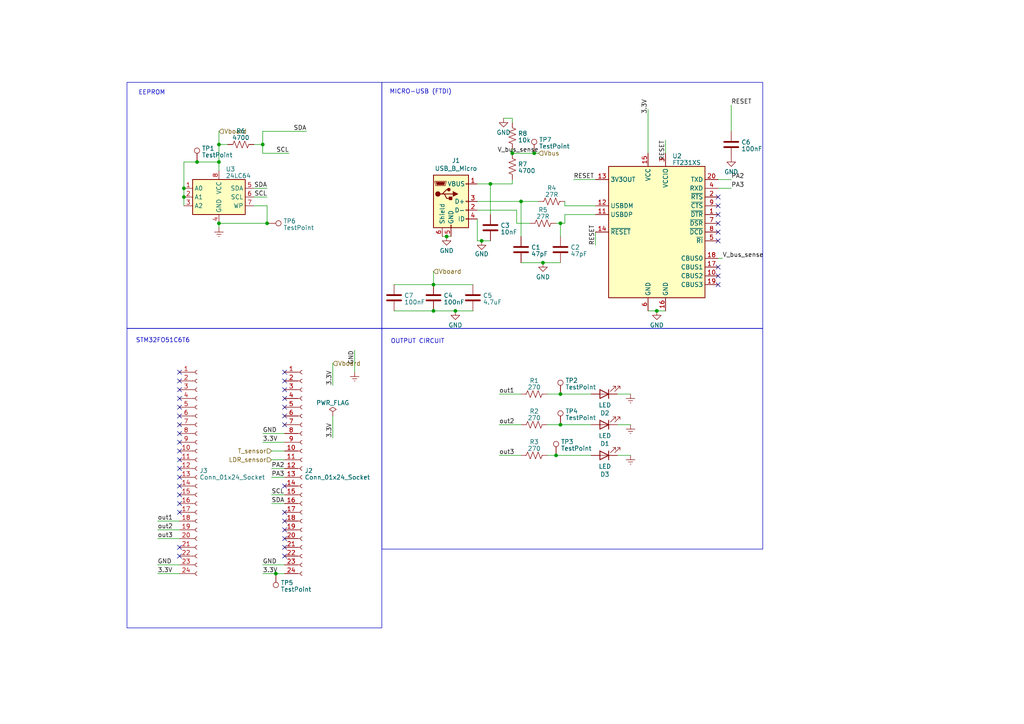
<source format=kicad_sch>
(kicad_sch (version 20230121) (generator eeschema)
  (paper "A4")
  (lib_symbols
    (symbol "Connector:Conn_01x24_Socket" (pin_names (offset 1.016) hide)
      (property "Reference" "J" (at 0 30.48 0))
      (property "Value" "Conn_01x24_Socket" (at 0 -33.02 0))
      (symbol "Conn_01x24_Socket_1_1"
        (arc (start 0 -29.972) (mid -0.5058 -30.48) (end 0 -30.988) (stroke (width 0.1524)))
        (arc (start 0 -27.432) (mid -0.5058 -27.94) (end 0 -28.448) (stroke (width 0.1524)))
        (arc (start 0 -24.892) (mid -0.5058 -25.4) (end 0 -25.908) (stroke (width 0.1524)))
        (arc (start 0 -22.352) (mid -0.5058 -22.86) (end 0 -23.368) (stroke (width 0.1524)))
        (arc (start 0 -19.812) (mid -0.5058 -20.32) (end 0 -20.828) (stroke (width 0.1524)))
        (arc (start 0 -17.272) (mid -0.5058 -17.78) (end 0 -18.288) (stroke (width 0.1524)))
        (arc (start 0 -14.732) (mid -0.5058 -15.24) (end 0 -15.748) (stroke (width 0.1524)))
        (arc (start 0 -12.192) (mid -0.5058 -12.7) (end 0 -13.208) (stroke (width 0.1524)))
        (arc (start 0 -9.652) (mid -0.5058 -10.16) (end 0 -10.668) (stroke (width 0.1524)))
        (arc (start 0 -7.112) (mid -0.5058 -7.62) (end 0 -8.128) (stroke (width 0.1524)))
        (arc (start 0 -4.572) (mid -0.5058 -5.08) (end 0 -5.588) (stroke (width 0.1524)))
        (arc (start 0 -2.032) (mid -0.5058 -2.54) (end 0 -3.048) (stroke (width 0.1524)))
        (polyline (pts (xy -1.27 -30.48) (xy -0.508 -30.48)) (stroke (width 0.1524)))
        (polyline (pts (xy -1.27 -27.94) (xy -0.508 -27.94)) (stroke (width 0.1524)))
        (polyline (pts (xy -1.27 -25.4) (xy -0.508 -25.4)) (stroke (width 0.1524)))
        (polyline (pts (xy -1.27 -22.86) (xy -0.508 -22.86)) (stroke (width 0.1524)))
        (polyline (pts (xy -1.27 -20.32) (xy -0.508 -20.32)) (stroke (width 0.1524)))
        (polyline (pts (xy -1.27 -17.78) (xy -0.508 -17.78)) (stroke (width 0.1524)))
        (polyline (pts (xy -1.27 -15.24) (xy -0.508 -15.24)) (stroke (width 0.1524)))
        (polyline (pts (xy -1.27 -12.7) (xy -0.508 -12.7)) (stroke (width 0.1524)))
        (polyline (pts (xy -1.27 -10.16) (xy -0.508 -10.16)) (stroke (width 0.1524)))
        (polyline (pts (xy -1.27 -7.62) (xy -0.508 -7.62)) (stroke (width 0.1524)))
        (polyline (pts (xy -1.27 -5.08) (xy -0.508 -5.08)) (stroke (width 0.1524)))
        (polyline (pts (xy -1.27 -2.54) (xy -0.508 -2.54)) (stroke (width 0.1524)))
        (polyline (pts (xy -1.27 0) (xy -0.508 0)) (stroke (width 0.1524)))
        (polyline (pts (xy -1.27 2.54) (xy -0.508 2.54)) (stroke (width 0.1524)))
        (polyline (pts (xy -1.27 5.08) (xy -0.508 5.08)) (stroke (width 0.1524)))
        (polyline (pts (xy -1.27 7.62) (xy -0.508 7.62)) (stroke (width 0.1524)))
        (polyline (pts (xy -1.27 10.16) (xy -0.508 10.16)) (stroke (width 0.1524)))
        (polyline (pts (xy -1.27 12.7) (xy -0.508 12.7)) (stroke (width 0.1524)))
        (polyline (pts (xy -1.27 15.24) (xy -0.508 15.24)) (stroke (width 0.1524)))
        (polyline (pts (xy -1.27 17.78) (xy -0.508 17.78)) (stroke (width 0.1524)))
        (polyline (pts (xy -1.27 20.32) (xy -0.508 20.32)) (stroke (width 0.1524)))
        (polyline (pts (xy -1.27 22.86) (xy -0.508 22.86)) (stroke (width 0.1524)))
        (polyline (pts (xy -1.27 25.4) (xy -0.508 25.4)) (stroke (width 0.1524)))
        (polyline (pts (xy -1.27 27.94) (xy -0.508 27.94)) (stroke (width 0.1524)))
        (arc (start 0 0.508) (mid -0.5058 0) (end 0 -0.508) (stroke (width 0.1524)))
        (arc (start 0 3.048) (mid -0.5058 2.54) (end 0 2.032) (stroke (width 0.1524)))
        (arc (start 0 5.588) (mid -0.5058 5.08) (end 0 4.572) (stroke (width 0.1524)))
        (arc (start 0 8.128) (mid -0.5058 7.62) (end 0 7.112) (stroke (width 0.1524)))
        (arc (start 0 10.668) (mid -0.5058 10.16) (end 0 9.652) (stroke (width 0.1524)))
        (arc (start 0 13.208) (mid -0.5058 12.7) (end 0 12.192) (stroke (width 0.1524)))
        (arc (start 0 15.748) (mid -0.5058 15.24) (end 0 14.732) (stroke (width 0.1524)))
        (arc (start 0 18.288) (mid -0.5058 17.78) (end 0 17.272) (stroke (width 0.1524)))
        (arc (start 0 20.828) (mid -0.5058 20.32) (end 0 19.812) (stroke (width 0.1524)))
        (arc (start 0 23.368) (mid -0.5058 22.86) (end 0 22.352) (stroke (width 0.1524)))
        (arc (start 0 25.908) (mid -0.5058 25.4) (end 0 24.892) (stroke (width 0.1524)))
        (arc (start 0 28.448) (mid -0.5058 27.94) (end 0 27.432) (stroke (width 0.1524)))
        (pin passive line (at -5.08 27.94 0) (length 3.81) (name "Pin_1") (number "1"))
        (pin passive line (at -5.08 5.08 0) (length 3.81) (name "Pin_10") (number "10"))
        (pin passive line (at -5.08 2.54 0) (length 3.81) (name "Pin_11") (number "11"))
        (pin passive line (at -5.08 0 0) (length 3.81) (name "Pin_12") (number "12"))
        (pin passive line (at -5.08 -2.54 0) (length 3.81) (name "Pin_13") (number "13"))
        (pin passive line (at -5.08 -5.08 0) (length 3.81) (name "Pin_14") (number "14"))
        (pin passive line (at -5.08 -7.62 0) (length 3.81) (name "Pin_15") (number "15"))
        (pin passive line (at -5.08 -10.16 0) (length 3.81) (name "Pin_16") (number "16"))
        (pin passive line (at -5.08 -12.7 0) (length 3.81) (name "Pin_17") (number "17"))
        (pin passive line (at -5.08 -15.24 0) (length 3.81) (name "Pin_18") (number "18"))
        (pin passive line (at -5.08 -17.78 0) (length 3.81) (name "Pin_19") (number "19"))
        (pin passive line (at -5.08 25.4 0) (length 3.81) (name "Pin_2") (number "2"))
        (pin passive line (at -5.08 -20.32 0) (length 3.81) (name "Pin_20") (number "20"))
        (pin passive line (at -5.08 -22.86 0) (length 3.81) (name "Pin_21") (number "21"))
        (pin passive line (at -5.08 -25.4 0) (length 3.81) (name "Pin_22") (number "22"))
        (pin passive line (at -5.08 -27.94 0) (length 3.81) (name "Pin_23") (number "23"))
        (pin passive line (at -5.08 -30.48 0) (length 3.81) (name "Pin_24") (number "24"))
        (pin passive line (at -5.08 22.86 0) (length 3.81) (name "Pin_3") (number "3"))
        (pin passive line (at -5.08 20.32 0) (length 3.81) (name "Pin_4") (number "4"))
        (pin passive line (at -5.08 17.78 0) (length 3.81) (name "Pin_5") (number "5"))
        (pin passive line (at -5.08 15.24 0) (length 3.81) (name "Pin_6") (number "6"))
        (pin passive line (at -5.08 12.7 0) (length 3.81) (name "Pin_7") (number "7"))
        (pin passive line (at -5.08 10.16 0) (length 3.81) (name "Pin_8") (number "8"))
        (pin passive line (at -5.08 7.62 0) (length 3.81) (name "Pin_9") (number "9"))
      )
    )
    (symbol "Connector:TestPoint" (pin_numbers hide) (pin_names (offset 0.762) hide)
      (property "Reference" "TP" (at 0 6.858 0))
      (property "Value" "TestPoint" (at 0 5.08 0))
      (symbol "TestPoint_0_1"
        (circle (center 0 3.302) (radius 0.762))
      )
      (symbol "TestPoint_1_1"
        (pin passive line (at 0 0 90) (length 2.54) (name "1") (number "1"))
      )
    )
    (symbol "Connector:USB_B_Micro" (pin_names (offset 1.016))
      (property "Reference" "J" (at -5.08 11.43 0))
      (property "Value" "USB_B_Micro" (at -5.08 8.89 0))
      (symbol "USB_B_Micro_0_1"
        (rectangle (start -5.08 -7.62) (end 5.08 7.62) (stroke (width 0.254)) (fill (type background)))
        (circle (center -3.81 2.159) (radius 0.635) (stroke (width 0.254)) (fill (type outline)))
        (circle (center -0.635 3.429) (radius 0.381) (stroke (width 0.254)) (fill (type outline)))
        (rectangle (start -0.127 -7.62) (end 0.127 -6.858))
        (polyline (pts (xy -1.905 2.159) (xy 0.635 2.159)) (stroke (width 0.254)))
        (polyline (pts (xy -3.175 2.159) (xy -2.54 2.159) (xy -1.27 3.429) (xy -0.635 3.429)) (stroke (width 0.254)))
        (polyline (pts (xy -2.54 2.159) (xy -1.905 2.159) (xy -1.27 0.889) (xy 0 0.889)) (stroke (width 0.254)))
        (polyline (pts (xy 0.635 2.794) (xy 0.635 1.524) (xy 1.905 2.159) (xy 0.635 2.794)) (stroke (width 0.254)) (fill (type outline)))
        (polyline (pts (xy -4.318 5.588) (xy -1.778 5.588) (xy -2.032 4.826) (xy -4.064 4.826) (xy -4.318 5.588)) (fill (type outline)))
        (polyline (pts (xy -4.699 5.842) (xy -4.699 5.588) (xy -4.445 4.826) (xy -4.445 4.572) (xy -1.651 4.572) (xy -1.651 4.826) (xy -1.397 5.588) (xy -1.397 5.842) (xy -4.699 5.842)))
        (rectangle (start 0.254 1.27) (end -0.508 0.508) (stroke (width 0.254)) (fill (type outline)))
        (rectangle (start 5.08 -5.207) (end 4.318 -4.953))
        (rectangle (start 5.08 -2.667) (end 4.318 -2.413))
        (rectangle (start 5.08 -0.127) (end 4.318 0.127))
        (rectangle (start 5.08 4.953) (end 4.318 5.207))
      )
      (symbol "USB_B_Micro_1_1"
        (pin power_out line (at 7.62 5.08 180) (length 2.54) (name "VBUS") (number "1"))
        (pin bidirectional line (at 7.62 -2.54 180) (length 2.54) (name "D-") (number "2"))
        (pin bidirectional line (at 7.62 0 180) (length 2.54) (name "D+") (number "3"))
        (pin passive line (at 7.62 -5.08 180) (length 2.54) (name "ID") (number "4"))
        (pin power_out line (at 0 -10.16 90) (length 2.54) (name "GND") (number "5"))
        (pin passive line (at -2.54 -10.16 90) (length 2.54) (name "Shield") (number "6"))
      )
    )
    (symbol "Device:C" (pin_numbers hide) (pin_names (offset 0.254))
      (property "Reference" "C" (at 0.635 2.54 0))
      (property "Value" "C" (at 0.635 -2.54 0))
      (symbol "C_0_1"
        (polyline (pts (xy -2.032 -0.762) (xy 2.032 -0.762)) (stroke (width 0.508)))
        (polyline (pts (xy -2.032 0.762) (xy 2.032 0.762)) (stroke (width 0.508)))
      )
      (symbol "C_1_1"
        (pin passive line (at 0 3.81 270) (length 2.794) (name "~") (number "1"))
        (pin passive line (at 0 -3.81 90) (length 2.794) (name "~") (number "2"))
      )
    )
    (symbol "Device:LED" (pin_numbers hide) (pin_names (offset 1.016) hide)
      (property "Reference" "D" (at 0 2.54 0))
      (property "Value" "LED" (at 0 -2.54 0))
      (symbol "LED_0_1"
        (polyline (pts (xy -1.27 -1.27) (xy -1.27 1.27)) (stroke (width 0.254)))
        (polyline (pts (xy -1.27 0) (xy 1.27 0)))
        (polyline (pts (xy 1.27 -1.27) (xy 1.27 1.27) (xy -1.27 0) (xy 1.27 -1.27)) (stroke (width 0.254)))
        (polyline (pts (xy -3.048 -0.762) (xy -4.572 -2.286) (xy -3.81 -2.286) (xy -4.572 -2.286) (xy -4.572 -1.524)))
        (polyline (pts (xy -1.778 -0.762) (xy -3.302 -2.286) (xy -2.54 -2.286) (xy -3.302 -2.286) (xy -3.302 -1.524)))
      )
      (symbol "LED_1_1"
        (pin passive line (at -3.81 0 0) (length 2.54) (name "K") (number "1"))
        (pin passive line (at 3.81 0 180) (length 2.54) (name "A") (number "2"))
      )
    )
    (symbol "Device:R_US" (pin_numbers hide) (pin_names (offset 0))
      (property "Reference" "R" (at 2.54 0 90))
      (property "Value" "R_US" (at -2.54 0 90))
      (symbol "R_US_0_1"
        (polyline (pts (xy 0 -2.286) (xy 0 -2.54)))
        (polyline (pts (xy 0 2.286) (xy 0 2.54)))
        (polyline (pts (xy 0 -0.762) (xy 1.016 -1.143) (xy 0 -1.524) (xy -1.016 -1.905) (xy 0 -2.286)))
        (polyline (pts (xy 0 0.762) (xy 1.016 0.381) (xy 0 0) (xy -1.016 -0.381) (xy 0 -0.762)))
        (polyline (pts (xy 0 2.286) (xy 1.016 1.905) (xy 0 1.524) (xy -1.016 1.143) (xy 0 0.762)))
      )
      (symbol "R_US_1_1"
        (pin passive line (at 0 3.81 270) (length 1.27) (name "~") (number "1"))
        (pin passive line (at 0 -3.81 90) (length 1.27) (name "~") (number "2"))
      )
    )
    (symbol "Interface_USB:FT231XS"
      (property "Reference" "U" (at -13.97 20.32 0))
      (property "Value" "FT231XS" (at 7.62 20.32 0))
      (symbol "FT231XS_0_1"
        (rectangle (start -13.97 19.05) (end 13.97 -19.05) (stroke (width 0.254)) (fill (type background)))
      )
      (symbol "FT231XS_1_1"
        (pin output line (at 17.78 5.08 180) (length 3.81) (name "~{DTR}") (number "1"))
        (pin bidirectional line (at 17.78 -12.7 180) (length 3.81) (name "CBUS2") (number "10"))
        (pin bidirectional line (at -17.78 5.08 0) (length 3.81) (name "USBDP") (number "11"))
        (pin bidirectional line (at -17.78 7.62 0) (length 3.81) (name "USBDM") (number "12"))
        (pin power_out line (at -17.78 15.24 0) (length 3.81) (name "3V3OUT") (number "13"))
        (pin input line (at -17.78 0 0) (length 3.81) (name "~{RESET}") (number "14"))
        (pin power_in line (at -2.54 22.86 270) (length 3.81) (name "VCC") (number "15"))
        (pin power_in line (at 2.54 -22.86 90) (length 3.81) (name "GND") (number "16"))
        (pin bidirectional line (at 17.78 -10.16 180) (length 3.81) (name "CBUS1") (number "17"))
        (pin bidirectional line (at 17.78 -7.62 180) (length 3.81) (name "CBUS0") (number "18"))
        (pin bidirectional line (at 17.78 -15.24 180) (length 3.81) (name "CBUS3") (number "19"))
        (pin output line (at 17.78 10.16 180) (length 3.81) (name "~{RTS}") (number "2"))
        (pin output line (at 17.78 15.24 180) (length 3.81) (name "TXD") (number "20"))
        (pin power_in line (at 2.54 22.86 270) (length 3.81) (name "VCCIO") (number "3"))
        (pin input line (at 17.78 12.7 180) (length 3.81) (name "RXD") (number "4"))
        (pin input line (at 17.78 -2.54 180) (length 3.81) (name "~{RI}") (number "5"))
        (pin power_in line (at -2.54 -22.86 90) (length 3.81) (name "GND") (number "6"))
        (pin input line (at 17.78 2.54 180) (length 3.81) (name "~{DSR}") (number "7"))
        (pin input line (at 17.78 0 180) (length 3.81) (name "~{DCD}") (number "8"))
        (pin input line (at 17.78 7.62 180) (length 3.81) (name "~{CTS}") (number "9"))
      )
    )
    (symbol "Memory_EEPROM:24LC64"
      (property "Reference" "U" (at -6.35 6.35 0))
      (property "Value" "24LC64" (at 1.27 6.35 0))
      (symbol "24LC64_1_1"
        (rectangle (start -7.62 5.08) (end 7.62 -5.08) (stroke (width 0.254)) (fill (type background)))
        (pin input line (at -10.16 2.54 0) (length 2.54) (name "A0") (number "1"))
        (pin input line (at -10.16 0 0) (length 2.54) (name "A1") (number "2"))
        (pin input line (at -10.16 -2.54 0) (length 2.54) (name "A2") (number "3"))
        (pin power_in line (at 0 -7.62 90) (length 2.54) (name "GND") (number "4"))
        (pin bidirectional line (at 10.16 2.54 180) (length 2.54) (name "SDA") (number "5"))
        (pin input line (at 10.16 0 180) (length 2.54) (name "SCL") (number "6"))
        (pin input line (at 10.16 -2.54 180) (length 2.54) (name "WP") (number "7"))
        (pin power_in line (at 0 7.62 270) (length 2.54) (name "VCC") (number "8"))
      )
    )
    (symbol "power:Earth" (power) (pin_names (offset 0))
      (symbol "Earth_0_1"
        (polyline (pts (xy -0.635 -1.905) (xy 0.635 -1.905)))
        (polyline (pts (xy -0.127 -2.54) (xy 0.127 -2.54)))
        (polyline (pts (xy 0 -1.27) (xy 0 0)))
        (polyline (pts (xy 1.27 -1.27) (xy -1.27 -1.27)))
      )
      (symbol "Earth_1_1"
        (pin power_in line (at 0 0 270) (length 0) hide (name "Earth") (number "1"))
      )
    )
    (symbol "power:GND" (power) (pin_names (offset 0))
      (property "Value" "GND" (at 0 -3.81 0))
      (symbol "GND_0_1"
        (polyline (pts (xy 0 0) (xy 0 -1.27) (xy 1.27 -1.27) (xy 0 -2.54) (xy -1.27 -1.27) (xy 0 -1.27)))
      )
      (symbol "GND_1_1"
        (pin power_in line (at 0 0 270) (length 0) hide (name "GND") (number "1"))
      )
    )
    (symbol "power:PWR_FLAG" (power) (pin_numbers hide) (pin_names (offset 0) hide)
      (property "Value" "PWR_FLAG" (at 0 3.81 0))
      (symbol "PWR_FLAG_0_0"
        (pin power_out line (at 0 0 90) (length 0) (name "pwr") (number "1"))
      )
      (symbol "PWR_FLAG_0_1"
        (polyline (pts (xy 0 0) (xy 0 1.27) (xy -1.016 1.905) (xy 0 2.54) (xy 1.016 1.905) (xy 0 1.27)))
      )
    )
  )
  (junction (at 142.24 53.34))
  (junction (at 154.94 44.45))
  (junction (at 125.73 90.17))
  (junction (at 63.5 41.91))
  (junction (at 125.73 82.55))
  (junction (at 53.34 54.61))
  (junction (at 77.47 64.77))
  (junction (at 76.2 41.91))
  (junction (at 63.5 46.99))
  (junction (at 63.5 64.77))
  (junction (at 162.56 123.19))
  (junction (at 57.15 46.99))
  (junction (at 53.34 57.15))
  (junction (at 148.59 44.45))
  (junction (at 151.13 58.42))
  (junction (at 190.5 90.17))
  (junction (at 161.29 132.08))
  (junction (at 162.56 64.77))
  (junction (at 162.56 114.3))
  (junction (at 132.08 90.17))
  (junction (at 80.01 166.37))
  (junction (at 129.54 68.58))
  (junction (at 139.7 69.85))
  (junction (at 157.48 76.2))
  (no_connect (at 52.07 110.49))
  (no_connect (at 208.28 82.55))
  (no_connect (at 52.07 120.65))
  (no_connect (at 52.07 161.29))
  (no_connect (at 208.28 57.15))
  (no_connect (at 82.55 120.65))
  (no_connect (at 52.07 123.19))
  (no_connect (at 82.55 107.95))
  (no_connect (at 82.55 158.75))
  (no_connect (at 82.55 151.13))
  (no_connect (at 82.55 156.21))
  (no_connect (at 52.07 138.43))
  (no_connect (at 52.07 140.97))
  (no_connect (at 82.55 153.67))
  (no_connect (at 208.28 59.69))
  (no_connect (at 52.07 115.57))
  (no_connect (at 52.07 107.95))
  (no_connect (at 52.07 125.73))
  (no_connect (at 82.55 148.59))
  (no_connect (at 82.55 113.03))
  (no_connect (at 208.28 80.01))
  (no_connect (at 52.07 135.89))
  (no_connect (at 82.55 110.49))
  (no_connect (at 52.07 118.11))
  (no_connect (at 82.55 161.29))
  (no_connect (at 52.07 128.27))
  (no_connect (at 52.07 133.35))
  (no_connect (at 52.07 143.51))
  (no_connect (at 208.28 77.47))
  (no_connect (at 82.55 118.11))
  (no_connect (at 82.55 123.19))
  (no_connect (at 208.28 62.23))
  (no_connect (at 52.07 146.05))
  (no_connect (at 52.07 148.59))
  (no_connect (at 52.07 130.81))
  (no_connect (at 208.28 69.85))
  (no_connect (at 52.07 113.03))
  (no_connect (at 208.28 64.77))
  (no_connect (at 208.28 67.31))
  (no_connect (at 82.55 115.57))
  (no_connect (at 52.07 158.75))
  (no_connect (at 82.55 140.97))
  (wire (pts (xy 154.94 44.45) (xy 156.21 44.45)))
  (wire (pts (xy 163.83 59.69) (xy 163.83 58.42)))
  (wire (pts (xy 63.5 46.99) (xy 63.5 49.53)))
  (wire (pts (xy 158.75 132.08) (xy 161.29 132.08)))
  (wire (pts (xy 208.28 54.61) (xy 212.09 54.61)))
  (wire (pts (xy 88.9 38.1) (xy 76.2 38.1)))
  (wire (pts (xy 209.55 74.93) (xy 208.28 74.93)))
  (wire (pts (xy 76.2 125.73) (xy 82.55 125.73)))
  (wire (pts (xy 142.24 53.34) (xy 142.24 62.23)))
  (wire (pts (xy 45.72 156.21) (xy 52.07 156.21)))
  (wire (pts (xy 212.09 30.48) (xy 212.09 38.1)))
  (wire (pts (xy 125.73 90.17) (xy 132.08 90.17)))
  (wire (pts (xy 76.2 44.45) (xy 83.82 44.45)))
  (wire (pts (xy 45.72 151.13) (xy 52.07 151.13)))
  (wire (pts (xy 138.43 69.85) (xy 139.7 69.85)))
  (wire (pts (xy 73.66 54.61) (xy 77.47 54.61)))
  (wire (pts (xy 76.2 38.1) (xy 76.2 41.91)))
  (wire (pts (xy 63.5 41.91) (xy 66.04 41.91)))
  (wire (pts (xy 132.08 90.17) (xy 137.16 90.17)))
  (wire (pts (xy 162.56 123.19) (xy 171.45 123.19)))
  (wire (pts (xy 63.5 41.91) (xy 63.5 46.99)))
  (wire (pts (xy 78.74 135.89) (xy 82.55 135.89)))
  (wire (pts (xy 158.75 114.3) (xy 162.56 114.3)))
  (wire (pts (xy 78.74 138.43) (xy 82.55 138.43)))
  (wire (pts (xy 129.54 68.58) (xy 130.81 68.58)))
  (wire (pts (xy 151.13 58.42) (xy 151.13 68.58)))
  (wire (pts (xy 76.2 128.27) (xy 82.55 128.27)))
  (wire (pts (xy 162.56 68.58) (xy 162.56 64.77)))
  (wire (pts (xy 73.66 41.91) (xy 76.2 41.91)))
  (wire (pts (xy 142.24 53.34) (xy 148.59 53.34)))
  (wire (pts (xy 151.13 76.2) (xy 157.48 76.2)))
  (wire (pts (xy 157.48 76.2) (xy 162.56 76.2)))
  (wire (pts (xy 149.86 60.96) (xy 138.43 60.96)))
  (wire (pts (xy 53.34 46.99) (xy 57.15 46.99)))
  (wire (pts (xy 190.5 90.17) (xy 193.04 90.17)))
  (wire (pts (xy 138.43 58.42) (xy 151.13 58.42)))
  (wire (pts (xy 53.34 57.15) (xy 53.34 54.61)))
  (wire (pts (xy 172.72 67.31) (xy 172.72 71.12)))
  (wire (pts (xy 77.47 59.69) (xy 77.47 64.77)))
  (wire (pts (xy 138.43 53.34) (xy 142.24 53.34)))
  (wire (pts (xy 96.52 120.65) (xy 96.52 127)))
  (wire (pts (xy 125.73 82.55) (xy 137.16 82.55)))
  (wire (pts (xy 96.52 105.41) (xy 96.52 111.76)))
  (wire (pts (xy 78.74 133.35) (xy 82.55 133.35)))
  (wire (pts (xy 114.3 90.17) (xy 125.73 90.17)))
  (wire (pts (xy 162.56 114.3) (xy 171.45 114.3)))
  (wire (pts (xy 158.75 123.19) (xy 162.56 123.19)))
  (wire (pts (xy 128.27 68.58) (xy 129.54 68.58)))
  (wire (pts (xy 63.5 64.77) (xy 77.47 64.77)))
  (wire (pts (xy 148.59 34.29) (xy 146.05 34.29)))
  (wire (pts (xy 63.5 64.77) (xy 63.5 66.04)))
  (wire (pts (xy 166.37 52.07) (xy 172.72 52.07)))
  (wire (pts (xy 78.74 130.81) (xy 82.55 130.81)))
  (wire (pts (xy 139.7 69.85) (xy 142.24 69.85)))
  (wire (pts (xy 193.04 40.64) (xy 193.04 44.45)))
  (wire (pts (xy 45.72 163.83) (xy 52.07 163.83)))
  (wire (pts (xy 179.07 132.08) (xy 182.88 132.08)))
  (wire (pts (xy 102.87 101.6) (xy 102.87 107.95)))
  (wire (pts (xy 45.72 153.67) (xy 52.07 153.67)))
  (wire (pts (xy 148.59 35.56) (xy 148.59 34.29)))
  (wire (pts (xy 73.66 59.69) (xy 77.47 59.69)))
  (wire (pts (xy 57.15 46.99) (xy 63.5 46.99)))
  (wire (pts (xy 138.43 63.5) (xy 138.43 69.85)))
  (wire (pts (xy 63.5 38.1) (xy 63.5 41.91)))
  (wire (pts (xy 163.83 62.23) (xy 163.83 64.77)))
  (wire (pts (xy 148.59 52.07) (xy 148.59 53.34)))
  (wire (pts (xy 151.13 58.42) (xy 156.21 58.42)))
  (wire (pts (xy 144.78 123.19) (xy 151.13 123.19)))
  (wire (pts (xy 45.72 166.37) (xy 52.07 166.37)))
  (wire (pts (xy 149.86 64.77) (xy 149.86 60.96)))
  (wire (pts (xy 73.66 57.15) (xy 77.47 57.15)))
  (wire (pts (xy 172.72 59.69) (xy 163.83 59.69)))
  (wire (pts (xy 208.28 52.07) (xy 212.09 52.07)))
  (wire (pts (xy 148.59 43.18) (xy 148.59 44.45)))
  (wire (pts (xy 153.67 64.77) (xy 149.86 64.77)))
  (wire (pts (xy 53.34 59.69) (xy 53.34 57.15)))
  (wire (pts (xy 53.34 54.61) (xy 53.34 46.99)))
  (wire (pts (xy 114.3 82.55) (xy 125.73 82.55)))
  (wire (pts (xy 148.59 44.45) (xy 154.94 44.45)))
  (wire (pts (xy 76.2 166.37) (xy 80.01 166.37)))
  (wire (pts (xy 161.29 132.08) (xy 171.45 132.08)))
  (wire (pts (xy 82.55 143.51) (xy 78.74 143.51)))
  (wire (pts (xy 187.96 90.17) (xy 190.5 90.17)))
  (wire (pts (xy 80.01 166.37) (xy 82.55 166.37)))
  (wire (pts (xy 144.78 132.08) (xy 151.13 132.08)))
  (wire (pts (xy 76.2 163.83) (xy 82.55 163.83)))
  (wire (pts (xy 179.07 114.3) (xy 182.88 114.3)))
  (wire (pts (xy 125.73 78.74) (xy 125.73 82.55)))
  (wire (pts (xy 179.07 123.19) (xy 182.88 123.19)))
  (wire (pts (xy 162.56 64.77) (xy 163.83 64.77)))
  (wire (pts (xy 172.72 62.23) (xy 163.83 62.23)))
  (wire (pts (xy 82.55 146.05) (xy 78.74 146.05)))
  (wire (pts (xy 144.78 114.3) (xy 151.13 114.3)))
  (wire (pts (xy 161.29 64.77) (xy 162.56 64.77)))
  (wire (pts (xy 187.96 31.75) (xy 187.96 44.45)))
  (wire (pts (xy 76.2 44.45) (xy 76.2 41.91)))
  (rectangle (start 36.83 95.25) (end 110.744 182.118))
  (rectangle (start 110.744 95.25) (end 221.234 159.258))
  (rectangle (start 36.83 23.876) (end 110.744 95.25))
  (rectangle (start 110.744 23.876) (end 221.234 95.25))
  (text "OUTPUT CIRCUIT\n" (at 113.284 99.822 0) (effects (font (size 1.27 1.27)) (justify left bottom)))
  (text "\nSTM32FO51C6T6\n" (at 55.118 99.568 0) (effects (font (size 1.27 1.27)) (justify right bottom)))
  (text "MICRO-USB (FTDI)\n" (at 131.064 27.432 0) (effects (font (size 1.27 1.27)) (justify right bottom)))
  (text "EEPROM" (at 40.132 27.686 0) (effects (font (size 1.27 1.27)) (justify left bottom)))
  (label "PA3" (at 78.74 138.43 0))
  (label "SCL" (at 83.82 44.45 180))
  (label "SDA" (at 77.47 54.61 180))
  (label "V_bus_sense" (at 156.21 44.45 180))
  (label "SCL" (at 77.47 57.15 180))
  (label "PA2" (at 78.74 135.89 0))
  (label "3.3V" (at 96.52 127 90))
  (label "SCL" (at 78.74 143.51 0))
  (label "PA2" (at 212.09 52.07 0))
  (label "3.3V" (at 76.2 128.27 0))
  (label "PA3" (at 212.09 54.61 0))
  (label "GND" (at 76.2 163.83 0))
  (label "out1" (at 45.72 151.13 0))
  (label "out2" (at 144.78 123.19 0))
  (label "RESET" (at 172.72 71.12 90))
  (label "out3" (at 45.72 156.21 0))
  (label "GND" (at 102.87 101.6 270))
  (label "GND" (at 76.2 125.73 0))
  (label "RESET" (at 212.09 30.48 0))
  (label "GND" (at 45.72 163.83 0))
  (label "SDA" (at 88.9 38.1 180))
  (label "RESET" (at 193.04 40.64 270))
  (label "out2" (at 45.72 153.67 0))
  (label "3.3V" (at 76.2 166.37 0))
  (label "out1" (at 144.78 114.3 0))
  (label "SDA" (at 78.74 146.05 0))
  (label "RESET" (at 166.37 52.07 0))
  (label "V_bus_sense" (at 209.55 74.93 0))
  (label "3.3V" (at 45.72 166.37 0))
  (label "3.3V" (at 96.52 111.76 90))
  (label "3.3V" (at 187.96 33.02 90))
  (label "out3" (at 144.78 132.08 0))
  (hierarchical_label "Vbus" (shape input) (at 156.21 44.45 0))
  (hierarchical_label "Vboard" (shape input) (at 125.73 78.74 0))
  (hierarchical_label "Vboard" (shape input) (at 63.5 38.1 0))
  (hierarchical_label "LDR_sensor" (shape input) (at 78.74 133.35 180))
  (hierarchical_label "T_sensor" (shape input) (at 78.74 130.81 180))
  (hierarchical_label "Vboard" (shape input) (at 96.52 105.41 0))
  (symbol (lib_id "Device:LED") (at 175.26 132.08 180) (unit 1)
    (property "Reference" "D3" (at 175.4378 137.5918 0))
    (property "Value" "LED" (at 175.4378 135.2804 0))
    (property "Footprint" "LED_SMD:LED-APA102-2020" (effects hide))
    (property "Price" "$0.0139" (effects hide))
    (property "Price ( 1 board)" "0.0417" (effects hide))
    (property "Price (5 boards)" "0.2085" (effects hide))
    (property "JLCPCB Part #" "N/A" (effects hide))
  )
  (symbol (lib_id "Device:LED") (at 175.26 123.19 180) (unit 1)
    (property "Reference" "D1" (at 175.4378 128.7018 0))
    (property "Value" "LED" (at 175.4378 126.3904 0))
    (property "Footprint" "LED_SMD:LED-APA102-2020" (effects hide))
    (property "Price" "$0.0139" (effects hide))
    (property "Price ( 1 board)" "0.0417" (effects hide))
    (property "Price (5 boards)" "0.2085" (effects hide))
    (property "JLCPCB Part #" "N/A" (effects hide))
  )
  (symbol (lib_id "Device:LED") (at 175.26 114.3 180) (unit 1)
    (property "Reference" "D2" (at 175.4378 119.8118 0))
    (property "Value" "LED" (at 175.4378 117.5004 0))
    (property "Footprint" "LED_SMD:LED-APA102-2020" (effects hide))
    (property "Price" "$0.0139" (effects hide))
    (property "Price ( 1 board)" "0.0417" (effects hide))
    (property "Price (5 boards)" "0.2085" (effects hide))
    (property "JLCPCB Part #" "N/A" (effects hide))
  )
  (symbol (lib_id "power:Earth") (at 182.88 132.08 0) (unit 1)
    (property "Reference" "#PWR0102" (effects hide))
    (property "Value" "Earth" (effects hide))
  )
  (symbol (lib_id "power:Earth") (at 182.88 123.19 0) (unit 1)
    (property "Reference" "#PWR0103" (effects hide))
    (property "Value" "Earth" (effects hide))
  )
  (symbol (lib_id "power:Earth") (at 182.88 114.3 0) (unit 1)
    (property "Reference" "#PWR0104" (effects hide))
    (property "Value" "Earth" (effects hide))
  )
  (symbol (lib_id "power:Earth") (at 63.5 66.04 0) (unit 1)
    (property "Reference" "#PWR0107" (effects hide))
    (property "Value" "Earth" (effects hide))
  )
  (symbol (lib_id "Connector:USB_B_Micro") (at 130.81 58.42 0) (unit 1)
    (property "Reference" "J1" (at 132.2578 46.5582 0))
    (property "Value" "USB_B_Micro" (at 132.2578 48.8696 0))
    (property "Price" "$0.0273" (effects hide))
    (property "Price ( 1 board)" "0.0273" (effects hide))
    (property "Price (5 boards)" "0.1365" (effects hide))
    (property "JLCPCB Part #" "C404969" (effects hide))
  )
  (symbol (lib_id "power:GND") (at 212.09 45.72 0) (unit 1)
    (property "Reference" "#PWR05" (effects hide))
    (property "Value" "GND" (at 212.09 49.8555 0))
  )
  (symbol (lib_id "Connector:Conn_01x24_Socket") (at 57.15 135.89 0) (unit 1)
    (property "Reference" "J3" (at 57.8612 136.5163 0) (effects (justify left)))
    (property "Value" "Conn_01x24_Socket" (at 57.8612 138.4373 0) (effects (justify left)))
    (property "Price" "$0" (effects hide))
    (property "Price ( 1 board)" "0" (effects hide))
    (property "Price (5 boards)" "0" (effects hide))
    (property "JLCPCB Part #" "N/A" (effects hide))
  )
  (symbol (lib_id "Device:R_US") (at 148.59 39.37 180) (unit 1)
    (property "Reference" "R8" (at 150.241 38.7263 0) (effects (justify right)))
    (property "Value" "10k" (at 150.241 40.6473 0) (effects (justify right)))
    (property "Price" " $0.0010 " (effects hide))
    (property "Price ( 1 board)" "0.001" (effects hide))
    (property "Price (5 boards)" "0.005" (effects hide))
    (property "JLCPCB Part #" "C17414" (effects hide))
  )
  (symbol (lib_id "Connector:TestPoint") (at 57.15 46.99 0) (unit 1)
    (property "Reference" "TP1" (at 58.547 43.0443 0) (effects (justify left)))
    (property "Value" "TestPoint" (at 58.547 44.9653 0) (effects (justify left)))
    (property "Footprint" "TestPoint:TestPoint_Pad_D2.0mm" (effects hide))
    (property "Price" "$0" (effects hide))
    (property "Price ( 1 board)" "0" (effects hide))
    (property "Price (5 boards)" "0" (effects hide))
    (property "JLCPCB Part #" "N/A" (effects hide))
  )
  (symbol (lib_id "power:GND") (at 157.48 76.2 0) (unit 1)
    (property "Reference" "#PWR01" (effects hide))
    (property "Value" "GND" (at 157.48 80.3355 0))
  )
  (symbol (lib_id "Device:R_US") (at 154.94 114.3 90) (unit 1)
    (property "Reference" "R1" (at 154.94 110.4011 90))
    (property "Value" "270" (at 154.94 112.3221 90))
    (property "Footprint" "Resistor_SMD:R_0201_0603Metric" (effects hide))
    (property "Price" "$0.0039 " (effects hide))
    (property "Price ( 1 board)" "0.0117" (effects hide))
    (property "Price (5 boards)" "0.585" (effects hide))
    (property "JLCPCB Part #" "C4466" (effects hide))
  )
  (symbol (lib_id "power:GND") (at 190.5 90.17 0) (unit 1)
    (property "Reference" "#PWR06" (effects hide))
    (property "Value" "GND" (at 190.5 94.3055 0))
  )
  (symbol (lib_id "Device:C") (at 114.3 86.36 0) (unit 1)
    (property "Reference" "C7" (at 117.221 85.7163 0) (effects (justify left)))
    (property "Value" "100nF" (at 117.221 87.6373 0) (effects (justify left)))
    (property "Price" "0.08" (effects hide))
    (property "Price ( 1 board)" "0.32" (effects hide))
    (property "Price (5 boards)" "1.6" (effects hide))
    (property "JLCPCB Part #" "C24497" (effects hide))
  )
  (symbol (lib_id "Connector:TestPoint") (at 161.29 132.08 0) (unit 1)
    (property "Reference" "TP3" (at 162.687 128.1343 0) (effects (justify left)))
    (property "Value" "TestPoint" (at 162.687 130.0553 0) (effects (justify left)))
    (property "Footprint" "TestPoint:TestPoint_Pad_D2.0mm" (effects hide))
    (property "Price" "$0" (effects hide))
    (property "Price ( 1 board)" "0" (effects hide))
    (property "Price (5 boards)" "0" (effects hide))
    (property "JLCPCB Part #" "N/A" (effects hide))
  )
  (symbol (lib_id "power:GND") (at 146.05 34.29 0) (unit 1)
    (property "Reference" "#PWR08" (effects hide))
    (property "Value" "GND" (at 146.05 38.4255 0))
  )
  (symbol (lib_id "Device:R_US") (at 154.94 132.08 90) (unit 1)
    (property "Reference" "R3" (at 154.94 128.1811 90))
    (property "Value" "270" (at 154.94 130.1021 90))
    (property "Footprint" "Resistor_SMD:R_0201_0603Metric" (effects hide))
    (property "Price" "$0.0039 " (effects hide))
    (property "Price ( 1 board)" "0.0117" (effects hide))
    (property "Price (5 boards)" "0.585" (effects hide))
    (property "JLCPCB Part #" "C4466" (effects hide))
  )
  (symbol (lib_id "Connector:TestPoint") (at 162.56 114.3 0) (unit 1)
    (property "Reference" "TP2" (at 163.957 110.3543 0) (effects (justify left)))
    (property "Value" "TestPoint" (at 163.957 112.2753 0) (effects (justify left)))
    (property "Footprint" "TestPoint:TestPoint_Pad_D2.0mm" (effects hide))
    (property "Price" "$0" (effects hide))
    (property "Price ( 1 board)" "0" (effects hide))
    (property "Price (5 boards)" "0" (effects hide))
    (property "JLCPCB Part #" "N/A" (effects hide))
  )
  (symbol (lib_id "Device:R_US") (at 148.59 48.26 180) (unit 1)
    (property "Reference" "R7" (at 150.241 47.6163 0) (effects (justify right)))
    (property "Value" "4700" (at 150.241 49.5373 0) (effects (justify right)))
    (property "Price" "$0.0005 " (effects hide))
    (property "Price ( 1 board)" "0.001" (effects hide))
    (property "Price (5 boards)" "0.005" (effects hide))
    (property "JLCPCB Part #" "C23162" (effects hide))
  )
  (symbol (lib_id "Memory_EEPROM:24LC64") (at 63.5 57.15 0) (unit 1)
    (property "Reference" "U3" (at 65.4559 49.0601 0) (effects (justify left)))
    (property "Value" "24LC64" (at 65.4559 50.9811 0) (effects (justify left)))
    (property "Datasheet" "http://ww1.microchip.com/downloads/en/DeviceDoc/21189f.pdf" (effects hide))
    (property "Price" "$0.5172" (effects hide))
    (property "Price ( 1 board)" "0.5172" (effects hide))
    (property "Price (5 boards)" "2.586" (effects hide))
    (property "JLCPCB Part #" "C511260" (effects hide))
  )
  (symbol (lib_id "Interface_USB:FT231XS") (at 190.5 67.31 0) (unit 1)
    (property "Reference" "U2" (at 194.9959 45.2501 0) (effects (justify left)))
    (property "Value" "FT231XS" (at 194.9959 47.1711 0) (effects (justify left)))
    (property "Footprint" "Package_SO:SSOP-20_3.9x8.7mm_P0.635mm" (effects hide))
    (property "Datasheet" "https://www.ftdichip.com/Support/Documents/DataSheets/ICs/DS_FT231X.pdf" (effects hide))
    (property "Price" "$3.1015" (effects hide))
    (property "Price ( 1 board)" "3.1015" (effects hide))
    (property "Price (5 boards)" "15.51" (effects hide))
    (property "JLCPCB Part #" "C132160" (effects hide))
  )
  (symbol (lib_id "Device:C") (at 151.13 72.39 0) (unit 1)
    (property "Reference" "C1" (at 154.051 71.7463 0) (effects (justify left)))
    (property "Value" "47pF" (at 154.051 73.6673 0) (effects (justify left)))
    (property "Price" "$0.0447" (effects hide))
    (property "Price ( 1 board)" "0.0894" (effects hide))
    (property "Price (5 boards)" "0.447" (effects hide))
    (property "JLCPCB Part #" "C105622" (effects hide))
  )
  (symbol (lib_id "Device:R_US") (at 154.94 123.19 90) (unit 1)
    (property "Reference" "R2" (at 154.94 119.2911 90))
    (property "Value" "270" (at 154.94 121.2121 90))
    (property "Footprint" "Resistor_SMD:R_0201_0603Metric" (effects hide))
    (property "Price" "$0.0039 " (effects hide))
    (property "Price ( 1 board)" "0.0117" (effects hide))
    (property "Price (5 boards)" "0.585" (effects hide))
    (property "JLCPCB Part #" "C4466" (effects hide))
  )
  (symbol (lib_id "Device:C") (at 142.24 66.04 0) (unit 1)
    (property "Reference" "C3" (at 145.161 65.3963 0) (effects (justify left)))
    (property "Value" "10nF" (at 145.161 67.3173 0) (effects (justify left)))
    (property "Price" "$0.0242" (effects hide))
    (property "Price ( 1 board)" "0.0242" (effects hide))
    (property "Price (5 boards)" "0.126" (effects hide))
    (property "JLCPCB Part #" "C60133" (effects hide))
  )
  (symbol (lib_id "Connector:Conn_01x24_Socket") (at 87.63 135.89 0) (unit 1)
    (property "Reference" "J2" (at 88.3412 136.5163 0) (effects (justify left)))
    (property "Value" "Conn_01x24_Socket" (at 88.3412 138.4373 0) (effects (justify left)))
    (property "Price" "$0" (effects hide))
    (property "Price ( 1 board)" "0" (effects hide))
    (property "Price (5 boards)" "0" (effects hide))
    (property "JLCPCB Part #" "N/A" (effects hide))
  )
  (symbol (lib_id "power:GND") (at 129.54 68.58 0) (unit 1)
    (property "Reference" "#PWR03" (effects hide))
    (property "Value" "GND" (at 129.54 72.7155 0))
  )
  (symbol (lib_id "power:GND") (at 139.7 69.85 0) (unit 1)
    (property "Reference" "#PWR02" (effects hide))
    (property "Value" "GND" (at 139.7 73.66 0))
  )
  (symbol (lib_id "Device:R_US") (at 160.02 58.42 90) (unit 1)
    (property "Reference" "R4" (at 160.02 54.5211 90))
    (property "Value" "27R" (at 160.02 56.4421 90))
    (property "Price" "$0.0070" (effects hide))
    (property "Price ( 1 board)" "0.014" (effects hide))
    (property "Price (5 boards)" "0.07" (effects hide))
    (property "JLCPCB Part #" "C17946" (effects hide))
  )
  (symbol (lib_id "Connector:TestPoint") (at 80.01 166.37 180) (unit 1)
    (property "Reference" "TP5" (at 81.407 169.0283 0) (effects (justify right)))
    (property "Value" "TestPoint" (at 81.407 170.9493 0) (effects (justify right)))
    (property "Footprint" "TestPoint:TestPoint_Pad_D2.0mm" (effects hide))
    (property "Price" "$0" (effects hide))
    (property "Price ( 1 board)" "0" (effects hide))
    (property "Price (5 boards)" "0" (effects hide))
    (property "JLCPCB Part #" "N/A" (effects hide))
  )
  (symbol (lib_id "Connector:TestPoint") (at 154.94 44.45 0) (unit 1)
    (property "Reference" "TP7" (at 156.337 40.5043 0) (effects (justify left)))
    (property "Value" "TestPoint" (at 156.337 42.4253 0) (effects (justify left)))
    (property "Footprint" "TestPoint:TestPoint_Pad_D2.0mm" (effects hide))
    (property "Price" "$0" (effects hide))
    (property "Price ( 1 board)" "0" (effects hide))
    (property "Price (5 boards)" "0" (effects hide))
    (property "JLCPCB Part #" "N/A" (effects hide))
  )
  (symbol (lib_id "Device:C") (at 212.09 41.91 0) (unit 1)
    (property "Reference" "C6" (at 215.011 41.2663 0) (effects (justify left)))
    (property "Value" "100nF" (at 215.011 43.1873 0) (effects (justify left)))
    (property "Price" "0.08" (effects hide))
    (property "Price ( 1 board)" "0.32" (effects hide))
    (property "Price (5 boards)" "1.6" (effects hide))
    (property "JLCPCB Part #" "C24497" (effects hide))
  )
  (symbol (lib_id "Device:C") (at 162.56 72.39 0) (unit 1)
    (property "Reference" "C2" (at 165.481 71.7463 0) (effects (justify left)))
    (property "Value" "47pF" (at 165.481 73.6673 0) (effects (justify left)))
    (property "Price" "$0.0447" (effects hide))
    (property "Price ( 1 board)" "0.0894" (effects hide))
    (property "Price (5 boards)" "0.447" (effects hide))
    (property "JLCPCB Part #" "C105622" (effects hide))
  )
  (symbol (lib_id "Device:R_US") (at 157.48 64.77 90) (unit 1)
    (property "Reference" "R5" (at 157.48 60.8711 90))
    (property "Value" "27R" (at 157.48 62.7921 90))
    (property "Price" "$0.0070" (effects hide))
    (property "Price ( 1 board)" "0.014" (effects hide))
    (property "Price (5 boards)" "0.07" (effects hide))
    (property "JLCPCB Part #" "C17946" (effects hide))
  )
  (symbol (lib_id "Device:R_US") (at 69.85 41.91 270) (unit 1)
    (property "Reference" "R6" (at 69.85 38.0111 90))
    (property "Value" "4700" (at 69.85 39.9321 90))
    (property "Footprint" "Resistor_SMD:R_0201_0603Metric" (effects hide))
    (property "Price" "$0.0005 " (effects hide))
    (property "Price ( 1 board)" "0.001" (effects hide))
    (property "Price (5 boards)" "0.005" (effects hide))
    (property "JLCPCB Part #" "C23162" (effects hide))
  )
  (symbol (lib_id "Connector:TestPoint") (at 162.56 123.19 0) (unit 1)
    (property "Reference" "TP4" (at 163.957 119.2443 0) (effects (justify left)))
    (property "Value" "TestPoint" (at 163.957 121.1653 0) (effects (justify left)))
    (property "Footprint" "TestPoint:TestPoint_Pad_D2.0mm" (effects hide))
    (property "Price" "$0" (effects hide))
    (property "Price ( 1 board)" "0" (effects hide))
    (property "Price (5 boards)" "0" (effects hide))
    (property "JLCPCB Part #" "N/A" (effects hide))
  )
  (symbol (lib_id "Device:C") (at 137.16 86.36 0) (unit 1)
    (property "Reference" "C5" (at 140.081 85.7163 0) (effects (justify left)))
    (property "Value" "4.7uF" (at 140.081 87.6373 0) (effects (justify left)))
    (property "Price" "$0.0872" (effects hide))
    (property "Price ( 1 board)" "0.0872" (effects hide))
    (property "Price (5 boards)" "0.436" (effects hide))
    (property "JLCPCB Part #" "C86052" (effects hide))
  )
  (symbol (lib_id "Device:C") (at 125.73 86.36 0) (unit 1)
    (property "Reference" "C4" (at 128.651 85.7163 0) (effects (justify left)))
    (property "Value" "100nF" (at 128.651 87.6373 0) (effects (justify left)))
    (property "Price" "0.08" (effects hide))
    (property "Price ( 1 board)" "0.32" (effects hide))
    (property "Price (5 boards)" "1.6" (effects hide))
    (property "JLCPCB Part #" "C24497" (effects hide))
  )
  (symbol (lib_id "power:PWR_FLAG") (at 96.52 120.65 0) (unit 1)
    (property "Reference" "#FLG03" (effects hide))
    (property "Value" "PWR_FLAG" (at 96.52 116.84 0))
  )
  (symbol (lib_id "power:Earth") (at 102.87 107.95 0) (unit 1)
    (property "Reference" "#PWR07" (effects hide))
    (property "Value" "Earth" (effects hide))
  )
  (symbol (lib_id "Connector:TestPoint") (at 77.47 64.77 270) (unit 1)
    (property "Reference" "TP6" (at 82.169 64.1263 90) (effects (justify left)))
    (property "Value" "TestPoint" (at 82.169 66.0473 90) (effects (justify left)))
    (property "Footprint" "TestPoint:TestPoint_Pad_D2.0mm" (effects hide))
    (property "Price" "$0" (effects hide))
    (property "Price ( 1 board)" "0" (effects hide))
    (property "Price (5 boards)" "0" (effects hide))
    (property "JLCPCB Part #" "N/A" (effects hide))
  )
  (symbol (lib_id "power:GND") (at 132.08 90.17 0) (unit 1)
    (property "Reference" "#PWR04" (effects hide))
    (property "Value" "GND" (at 132.08 94.3055 0))
  )
)
</source>
